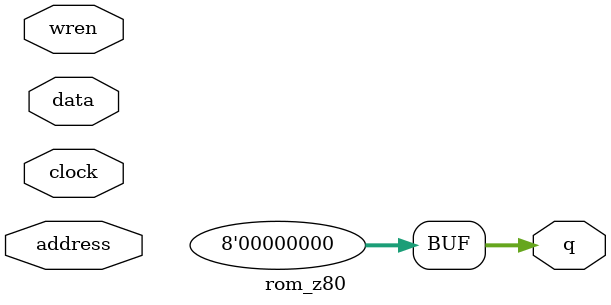
<source format=v>
module rom_z80(	// file.cleaned.mlir:2:3
  input  [14:0] address,	// file.cleaned.mlir:2:25
  input         clock,	// file.cleaned.mlir:2:44
  input  [7:0]  data,	// file.cleaned.mlir:2:60
  input         wren,	// file.cleaned.mlir:2:75
  output [7:0]  q	// file.cleaned.mlir:2:91
);

  assign q = 8'h0;	// file.cleaned.mlir:3:14, :4:5
endmodule


</source>
